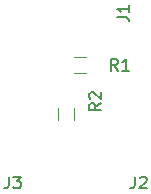
<source format=gto>
G04 #@! TF.GenerationSoftware,KiCad,Pcbnew,5.0.1*
G04 #@! TF.CreationDate,2018-12-27T15:24:30+01:00*
G04 #@! TF.ProjectId,RFSampler,524653616D706C65722E6B696361645F,rev?*
G04 #@! TF.SameCoordinates,PX617fb78PY6ed25c8*
G04 #@! TF.FileFunction,Legend,Top*
G04 #@! TF.FilePolarity,Positive*
%FSLAX46Y46*%
G04 Gerber Fmt 4.6, Leading zero omitted, Abs format (unit mm)*
G04 Created by KiCad (PCBNEW 5.0.1) date Do 27 Dez 2018 15:24:30 CET*
%MOMM*%
%LPD*%
G01*
G04 APERTURE LIST*
%ADD10C,0.120000*%
%ADD11C,0.150000*%
G04 APERTURE END LIST*
D10*
G04 #@! TO.C,R1*
X7671000Y11475000D02*
X8671000Y11475000D01*
X8671000Y10115000D02*
X7671000Y10115000D01*
G04 #@! TO.C,R2*
X7665000Y7147000D02*
X7665000Y6147000D01*
X6305000Y6147000D02*
X6305000Y7147000D01*
G04 #@! TO.C,J3*
D11*
X2181266Y1360420D02*
X2181266Y646134D01*
X2133647Y503277D01*
X2038409Y408039D01*
X1895552Y360420D01*
X1800314Y360420D01*
X2562219Y1360420D02*
X3181266Y1360420D01*
X2847933Y979467D01*
X2990790Y979467D01*
X3086028Y931848D01*
X3133647Y884229D01*
X3181266Y788991D01*
X3181266Y550896D01*
X3133647Y455658D01*
X3086028Y408039D01*
X2990790Y360420D01*
X2705076Y360420D01*
X2609838Y408039D01*
X2562219Y455658D01*
G04 #@! TO.C,R1*
X11390333Y10342620D02*
X11057000Y10818810D01*
X10818904Y10342620D02*
X10818904Y11342620D01*
X11199857Y11342620D01*
X11295095Y11295000D01*
X11342714Y11247381D01*
X11390333Y11152143D01*
X11390333Y11009286D01*
X11342714Y10914048D01*
X11295095Y10866429D01*
X11199857Y10818810D01*
X10818904Y10818810D01*
X12342714Y10342620D02*
X11771285Y10342620D01*
X12057000Y10342620D02*
X12057000Y11342620D01*
X11961761Y11199762D01*
X11866523Y11104524D01*
X11771285Y11056905D01*
G04 #@! TO.C,R2*
X9977380Y7580334D02*
X9501190Y7247000D01*
X9977380Y7008905D02*
X8977380Y7008905D01*
X8977380Y7389858D01*
X9025000Y7485096D01*
X9072619Y7532715D01*
X9167857Y7580334D01*
X9310714Y7580334D01*
X9405952Y7532715D01*
X9453571Y7485096D01*
X9501190Y7389858D01*
X9501190Y7008905D01*
X9072619Y7961286D02*
X9025000Y8008905D01*
X8977380Y8104143D01*
X8977380Y8342239D01*
X9025000Y8437477D01*
X9072619Y8485096D01*
X9167857Y8532715D01*
X9263095Y8532715D01*
X9405952Y8485096D01*
X9977380Y7913667D01*
X9977380Y8532715D01*
G04 #@! TO.C,J1*
X11339580Y14881267D02*
X12053866Y14881267D01*
X12196723Y14833648D01*
X12291961Y14738410D01*
X12339580Y14595553D01*
X12339580Y14500315D01*
X12339580Y15881267D02*
X12339580Y15309839D01*
X12339580Y15595553D02*
X11339580Y15595553D01*
X11482438Y15500315D01*
X11577676Y15405077D01*
X11625295Y15309839D01*
G04 #@! TO.C,J2*
X12849266Y1360420D02*
X12849266Y646134D01*
X12801647Y503277D01*
X12706409Y408039D01*
X12563552Y360420D01*
X12468314Y360420D01*
X13277838Y1265181D02*
X13325457Y1312800D01*
X13420695Y1360420D01*
X13658790Y1360420D01*
X13754028Y1312800D01*
X13801647Y1265181D01*
X13849266Y1169943D01*
X13849266Y1074705D01*
X13801647Y931848D01*
X13230219Y360420D01*
X13849266Y360420D01*
G04 #@! TD*
M02*

</source>
